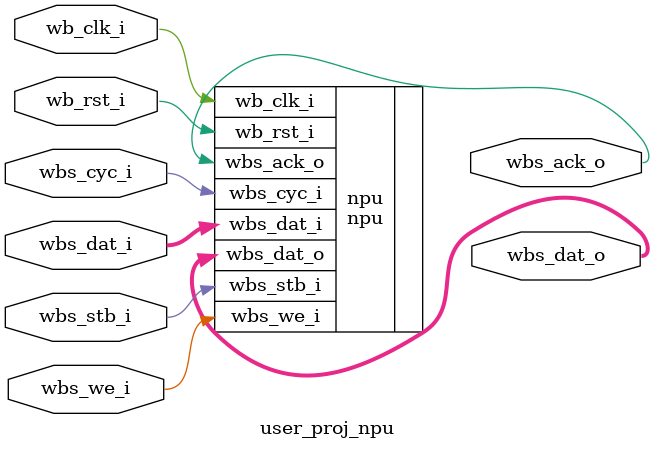
<source format=v>

`default_nettype none
/*
 *-------------------------------------------------------------
 *
 * user_proj_example
 *
 * This is an example of a (trivially simple) user project,
 * showing how the user project can connect to the logic
 * analyzer, the wishbone bus, and the I/O pads.
 *
 * This project generates an integer count, which is output
 * on the user area GPIO pads (digital output only).  The
 * wishbone connection allows the project to be controlled
 * (start and stop) from the management SoC program.
 *
 * See the testbenches in directory "mprj_counter" for the
 * example programs that drive this user project.  The three
 * testbenches are "io_ports", "la_test1", and "la_test2".
 *
 *-------------------------------------------------------------
 */

module user_proj_npu #(
    parameter BITS = 16
)(
`ifdef USE_POWER_PINS
    inout vccd1,	// User area 1 1.8V supply
    inout vssd1,	// User area 1 digital ground
`endif

    // Wishbone Slave ports (WB MI A)
    input wb_clk_i,
    input wb_rst_i,
    input wbs_stb_i,
    input wbs_cyc_i,
    input wbs_we_i,
    input [31:0] wbs_dat_i,
    output wbs_ack_o,
    output [31:0] wbs_dat_o
);

    npu npu(
        .wb_clk_i(wb_clk_i),
        .wb_rst_i(wb_rst_i),
        .wbs_ack_o(wbs_ack_o),
        .wbs_cyc_i(wbs_cyc_i),
        .wbs_dat_i(wbs_dat_i),
        .wbs_dat_o(wbs_dat_o),
        .wbs_stb_i(wbs_stb_i),
        .wbs_we_i(wbs_we_i)
    );
    

endmodule
`default_nettype wire

</source>
